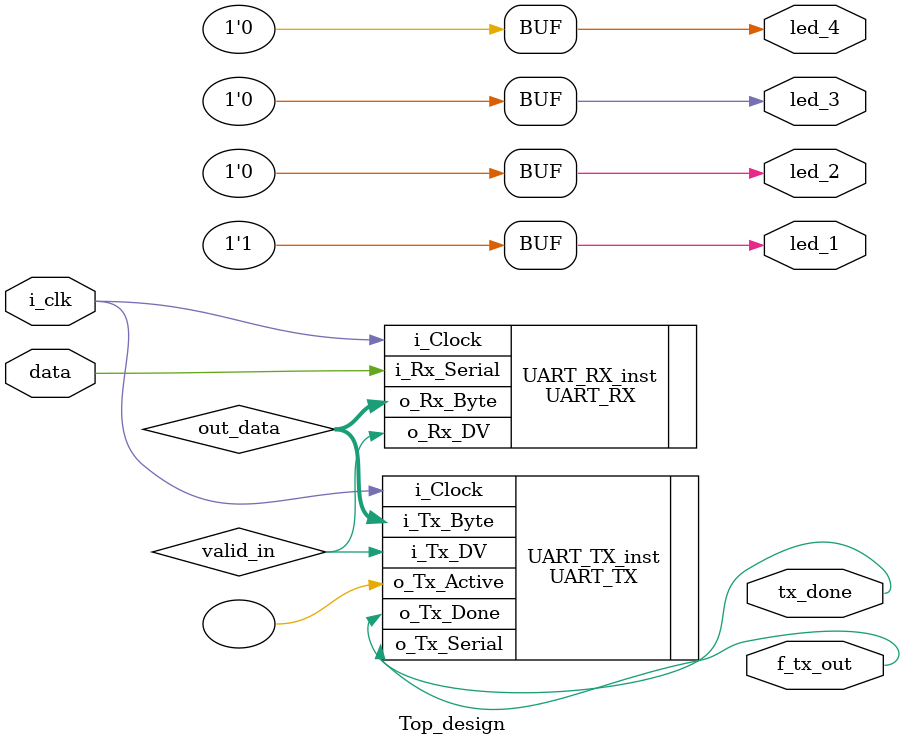
<source format=v>
module Top_design (
input i_clk,
input data, 
output f_tx_out,
output tx_done,
output led_1, led_2, led_3, led_4
);

wire valid_in;
wire [7:0] out_data;

UART_RX 
 UART_RX_inst (
   .i_Clock (i_clk),
   .i_Rx_Serial (data),
   .o_Rx_DV (valid_in),
   .o_Rx_Byte (out_data)
   );
   
UART_TX
UART_TX_inst  (
   .i_Clock (i_clk),
   .i_Tx_DV (valid_in),
   .i_Tx_Byte (out_data), 
   .o_Tx_Active (),
   .o_Tx_Serial (f_tx_out),
   .o_Tx_Done (tx_done)
   );

/*   
led_blink
lb_inst(
    .i_clk(i_clk),
    .led_1(led_1),
    .led_2(led_2),
    .led_3(led_3),
    .led_4(led_4)
);
*/

assign led_1 = 1;
assign led_2 = 0;
assign led_3 = 0;
assign led_4 = 0;


endmodule
</source>
